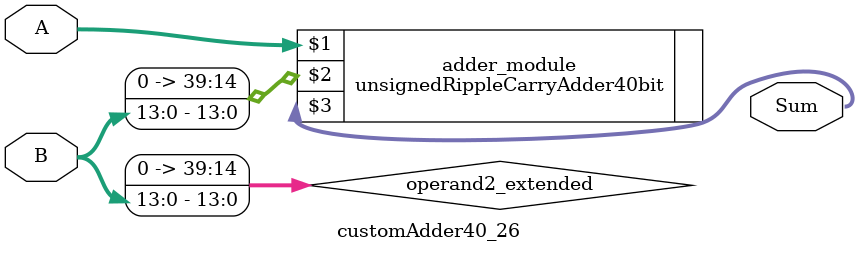
<source format=v>
module customAdder40_26(
                        input [39 : 0] A,
                        input [13 : 0] B,
                        
                        output [40 : 0] Sum
                );

        wire [39 : 0] operand2_extended;
        
        assign operand2_extended =  {26'b0, B};
        
        unsignedRippleCarryAdder40bit adder_module(
            A,
            operand2_extended,
            Sum
        );
        
        endmodule
        
</source>
